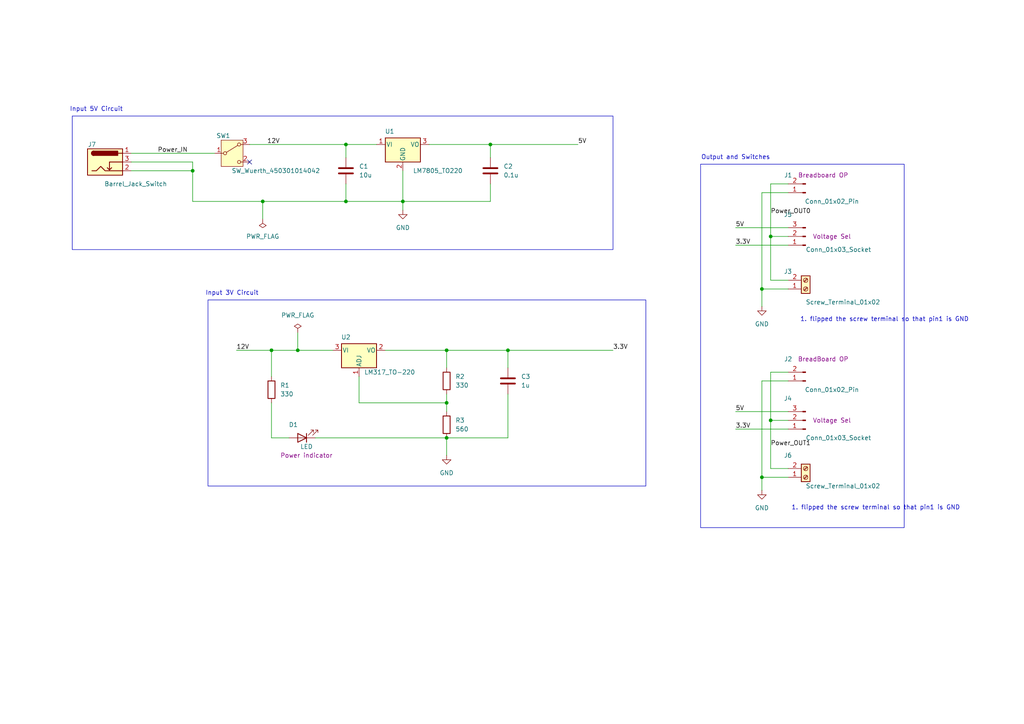
<source format=kicad_sch>
(kicad_sch (version 20250114) (generator "eeschema") (generator_version "9.0")
  (paper "A4")
  (title_block (title "Bread Board Power Supply") (date "2025-04-23") (rev "1.0") (company "kjvivek.blog"))
  (lib_symbols
    (symbol "Connector:Barrel_Jack_Switch" (pin_names (hide yes))
      (property "Reference" "J" (at 0 5.334 0))
      (property "Value" "Barrel_Jack_Switch" (at 0 -5.08 0))
      (symbol "Barrel_Jack_Switch_0_1"
        (rectangle (start -5.08 3.81) (end 5.08 -3.81) (stroke (width 0.254)) (fill (type background)))
        (polyline (pts (xy -3.81 -2.54) (xy -2.54 -2.54) (xy -1.27 -1.27) (xy 0 -2.54) (xy 2.54 -2.54) (xy 5.08 -2.54)) (stroke (width 0.254)))
        (arc (start -3.302 1.905) (mid -3.9343 2.54) (end -3.302 3.175) (stroke (width 0.254)))
        (arc (start -3.302 1.905) (mid -3.9343 2.54) (end -3.302 3.175) (stroke (width 0.254)) (fill (type outline)))
        (polyline (pts (xy 1.27 -2.286) (xy 1.905 -1.651)) (stroke (width 0.254)))
        (rectangle (start 3.683 3.175) (end -3.302 1.905) (stroke (width 0.254)) (fill (type outline)))
        (polyline (pts (xy 5.08 2.54) (xy 3.81 2.54)) (stroke (width 0.254)))
        (polyline (pts (xy 5.08 0) (xy 1.27 0) (xy 1.27 -2.286) (xy 0.635 -1.651)) (stroke (width 0.254)))
      )
      (symbol "Barrel_Jack_Switch_1_1"
        (pin passive line (at 7.62 2.54 180) (length 2.54) (name "~") (number "1"))
        (pin passive line (at 7.62 0 180) (length 2.54) (name "~") (number "3"))
        (pin passive line (at 7.62 -2.54 180) (length 2.54) (name "~") (number "2"))
      )
    )
    (symbol "Connector:Conn_01x02_Pin" (pin_names (offset 1.016) (hide yes))
      (property "Reference" "J" (at 0 2.54 0))
      (property "Value" "Conn_01x02_Pin" (at 0 -5.08 0))
      (symbol "Conn_01x02_Pin_1_1"
        (rectangle (start 0.8636 0.127) (end 0 -0.127) (stroke (width 0.1524)) (fill (type outline)))
        (rectangle (start 0.8636 -2.413) (end 0 -2.667) (stroke (width 0.1524)) (fill (type outline)))
        (polyline (pts (xy 1.27 0) (xy 0.8636 0)) (stroke (width 0.1524)))
        (polyline (pts (xy 1.27 -2.54) (xy 0.8636 -2.54)) (stroke (width 0.1524)))
        (pin passive line (at 5.08 0 180) (length 3.81) (name "Pin_1") (number "1"))
        (pin passive line (at 5.08 -2.54 180) (length 3.81) (name "Pin_2") (number "2"))
      )
    )
    (symbol "Connector:Conn_01x03_Pin" (pin_names (offset 1.016) (hide yes))
      (property "Reference" "J" (at 0 5.08 0))
      (property "Value" "Conn_01x03_Pin" (at 0 -5.08 0))
      (symbol "Conn_01x03_Pin_1_1"
        (rectangle (start 0.8636 2.667) (end 0 2.413) (stroke (width 0.1524)) (fill (type outline)))
        (rectangle (start 0.8636 0.127) (end 0 -0.127) (stroke (width 0.1524)) (fill (type outline)))
        (rectangle (start 0.8636 -2.413) (end 0 -2.667) (stroke (width 0.1524)) (fill (type outline)))
        (polyline (pts (xy 1.27 2.54) (xy 0.8636 2.54)) (stroke (width 0.1524)))
        (polyline (pts (xy 1.27 0) (xy 0.8636 0)) (stroke (width 0.1524)))
        (polyline (pts (xy 1.27 -2.54) (xy 0.8636 -2.54)) (stroke (width 0.1524)))
        (pin passive line (at 5.08 2.54 180) (length 3.81) (name "Pin_1") (number "1"))
        (pin passive line (at 5.08 0 180) (length 3.81) (name "Pin_2") (number "2"))
        (pin passive line (at 5.08 -2.54 180) (length 3.81) (name "Pin_3") (number "3"))
      )
    )
    (symbol "Connector:Screw_Terminal_01x02" (pin_names (offset 1.016) (hide yes))
      (property "Reference" "J" (at 0 2.54 0))
      (property "Value" "Screw_Terminal_01x02" (at 0 -5.08 0))
      (symbol "Screw_Terminal_01x02_1_1"
        (rectangle (start -1.27 1.27) (end 1.27 -3.81) (stroke (width 0.254)) (fill (type background)))
        (polyline (pts (xy -0.5334 0.3302) (xy 0.3302 -0.508)) (stroke (width 0.1524)))
        (polyline (pts (xy -0.5334 -2.2098) (xy 0.3302 -3.048)) (stroke (width 0.1524)))
        (polyline (pts (xy -0.3556 0.508) (xy 0.508 -0.3302)) (stroke (width 0.1524)))
        (polyline (pts (xy -0.3556 -2.032) (xy 0.508 -2.8702)) (stroke (width 0.1524)))
        (circle (center 0 0) (radius 0.635) (stroke (width 0.1524)))
        (circle (center 0 -2.54) (radius 0.635) (stroke (width 0.1524)))
        (pin passive line (at -5.08 0 0) (length 3.81) (name "Pin_1") (number "1"))
        (pin passive line (at -5.08 -2.54 0) (length 3.81) (name "Pin_2") (number "2"))
      )
    )
    (symbol "Device:C" (pin_numbers (hide yes)) (pin_names (offset 0.254))
      (property "Reference" "C" (at 0.635 2.54 0))
      (property "Value" "C" (at 0.635 -2.54 0))
      (symbol "C_0_1"
        (polyline (pts (xy -2.032 0.762) (xy 2.032 0.762)) (stroke (width 0.508)))
        (polyline (pts (xy -2.032 -0.762) (xy 2.032 -0.762)) (stroke (width 0.508)))
      )
      (symbol "C_1_1"
        (pin passive line (at 0 3.81 270) (length 2.794) (name "~") (number "1"))
        (pin passive line (at 0 -3.81 90) (length 2.794) (name "~") (number "2"))
      )
    )
    (symbol "Device:LED" (pin_numbers (hide yes)) (pin_names (offset 1.016) (hide yes))
      (property "Reference" "D" (at 0 2.54 0))
      (property "Value" "LED" (at 0 -2.54 0))
      (symbol "LED_0_1"
        (polyline (pts (xy -3.048 -0.762) (xy -4.572 -2.286) (xy -3.81 -2.286) (xy -4.572 -2.286) (xy -4.572 -1.524)))
        (polyline (pts (xy -1.778 -0.762) (xy -3.302 -2.286) (xy -2.54 -2.286) (xy -3.302 -2.286) (xy -3.302 -1.524)))
        (polyline (pts (xy -1.27 0) (xy 1.27 0)))
        (polyline (pts (xy -1.27 -1.27) (xy -1.27 1.27)) (stroke (width 0.254)))
        (polyline (pts (xy 1.27 -1.27) (xy 1.27 1.27) (xy -1.27 0) (xy 1.27 -1.27)) (stroke (width 0.254)))
      )
      (symbol "LED_1_1"
        (pin passive line (at -3.81 0 0) (length 2.54) (name "K") (number "1"))
        (pin passive line (at 3.81 0 180) (length 2.54) (name "A") (number "2"))
      )
    )
    (symbol "Device:R" (pin_numbers (hide yes)) (pin_names (offset 0))
      (property "Reference" "R" (at 2.032 0 90))
      (property "Value" "R" (at 0 0 90))
      (symbol "R_0_1"
        (rectangle (start -1.016 -2.54) (end 1.016 2.54) (stroke (width 0.254)))
      )
      (symbol "R_1_1"
        (pin passive line (at 0 3.81 270) (length 1.27) (name "~") (number "1"))
        (pin passive line (at 0 -3.81 90) (length 1.27) (name "~") (number "2"))
      )
    )
    (symbol "Regulator_Linear:LM317_TO-220" (pin_names (offset 0.254))
      (property "Reference" "U" (at -3.81 3.175 0))
      (property "Value" "LM317_TO-220" (at 0 3.175 0))
      (symbol "LM317_TO-220_0_1"
        (rectangle (start -5.08 1.905) (end 5.08 -5.08) (stroke (width 0.254)) (fill (type background)))
      )
      (symbol "LM317_TO-220_1_1"
        (pin power_in line (at -7.62 0 0) (length 2.54) (name "VI") (number "3"))
        (pin input line (at 0 -7.62 90) (length 2.54) (name "ADJ") (number "1"))
        (pin power_out line (at 7.62 0 180) (length 2.54) (name "VO") (number "2"))
      )
    )
    (symbol "Regulator_Linear:LM7805_TO220" (pin_names (offset 0.254))
      (property "Reference" "U" (at -3.81 3.175 0))
      (property "Value" "LM7805_TO220" (at 0 3.175 0))
      (symbol "LM7805_TO220_0_1"
        (rectangle (start -5.08 1.905) (end 5.08 -5.08) (stroke (width 0.254)) (fill (type background)))
      )
      (symbol "LM7805_TO220_1_1"
        (pin power_in line (at -7.62 0 0) (length 2.54) (name "VI") (number "1"))
        (pin power_in line (at 0 -7.62 90) (length 2.54) (name "GND") (number "2"))
        (pin power_out line (at 7.62 0 180) (length 2.54) (name "VO") (number "3"))
      )
    )
    (symbol "Switch:SW_Wuerth_450301014042" (pin_names (offset 1) (hide yes))
      (property "Reference" "SW" (at 0 5.08 0))
      (property "Value" "SW_Wuerth_450301014042" (at 0 -5.08 0))
      (symbol "SW_Wuerth_450301014042_0_1"
        (circle (center -2.032 0) (radius 0.4572))
        (polyline (pts (xy -1.651 0.254) (xy 1.651 2.286)))
        (circle (center 2.032 2.54) (radius 0.4572))
        (circle (center 2.032 -2.54) (radius 0.4572))
      )
      (symbol "SW_Wuerth_450301014042_1_1"
        (rectangle (start -3.175 3.81) (end 3.175 -3.81) (fill (type background)))
        (pin passive line (at -5.08 0 0) (length 2.54) (name "B") (number "1"))
        (pin passive line (at 5.08 2.54 180) (length 2.54) (name "A") (number "3"))
        (pin passive line (at 5.08 -2.54 180) (length 2.54) (name "C") (number "2"))
      )
    )
    (symbol "power:GND" (power) (pin_numbers (hide yes)) (pin_names (offset 0) (hide yes))
      (property "Value" "GND" (at 0 -3.81 0))
      (symbol "GND_0_1"
        (polyline (pts (xy 0 0) (xy 0 -1.27) (xy 1.27 -1.27) (xy 0 -2.54) (xy -1.27 -1.27) (xy 0 -1.27)))
      )
      (symbol "GND_1_1"
        (pin power_in line (at 0 0 270) (length 0) (name "~") (number "1"))
      )
    )
    (symbol "power:PWR_FLAG" (power) (pin_numbers (hide yes)) (pin_names (offset 0) (hide yes))
      (property "Value" "PWR_FLAG" (at 0 3.81 0))
      (symbol "PWR_FLAG_0_0"
        (pin power_out line (at 0 0 90) (length 0) (name "~") (number "1"))
      )
      (symbol "PWR_FLAG_0_1"
        (polyline (pts (xy 0 0) (xy 0 1.27) (xy -1.016 1.905) (xy 0 2.54) (xy 1.016 1.905) (xy 0 1.27)))
      )
    )
  )
  (rectangle (start 203.2 47.625) (end 262.255 153.035))
  (rectangle (start 60.325 86.995) (end 187.325 140.97))
  (rectangle (start 20.955 33.655) (end 177.8 72.39))
  (text "Input 5V Circuit" (at 27.94 31.75 0) (effects (font (size 1.27 1.27))))
  (text "1. flipped the screw terminal so that pin1 is GND" (at 256.54 92.71 0) (effects (font (size 1.27 1.27))))
  (text "Input 3V Circuit" (at 67.31 85.09 0) (effects (font (size 1.27 1.27))))
  (text "1. flipped the screw terminal so that pin1 is GND" (at 254 147.32 0) (effects (font (size 1.27 1.27))))
  (text "Output and Switches" (at 213.36 45.72 0) (effects (font (size 1.27 1.27))))
  (junction (at 129.54 116.84))
  (junction (at 76.2 58.42))
  (junction (at 220.98 138.43))
  (junction (at 129.54 101.6))
  (junction (at 142.24 41.91))
  (junction (at 129.54 127))
  (junction (at 147.32 101.6))
  (junction (at 223.52 121.92))
  (junction (at 116.84 58.42))
  (junction (at 55.88 49.53))
  (junction (at 220.98 83.82))
  (junction (at 100.33 58.42))
  (junction (at 100.33 41.91))
  (junction (at 86.36 101.6))
  (junction (at 223.52 68.58))
  (junction (at 78.74 101.6))
  (no_connect (at 72.39 46.99))
  (wire (pts (xy 100.33 41.91) (xy 109.22 41.91)))
  (wire (pts (xy 104.14 116.84) (xy 129.54 116.84)))
  (wire (pts (xy 129.54 101.6) (xy 129.54 106.68)))
  (wire (pts (xy 142.24 41.91) (xy 167.64 41.91)))
  (wire (pts (xy 129.54 116.84) (xy 129.54 119.38)))
  (wire (pts (xy 76.2 58.42) (xy 76.2 63.5)))
  (wire (pts (xy 220.98 142.24) (xy 220.98 138.43)))
  (wire (pts (xy 228.6 110.49) (xy 220.98 110.49)))
  (wire (pts (xy 124.46 41.91) (xy 142.24 41.91)))
  (wire (pts (xy 38.1 46.99) (xy 55.88 46.99)))
  (wire (pts (xy 55.88 46.99) (xy 55.88 49.53)))
  (wire (pts (xy 129.54 101.6) (xy 147.32 101.6)))
  (wire (pts (xy 147.32 101.6) (xy 177.8 101.6)))
  (wire (pts (xy 147.32 127) (xy 129.54 127)))
  (wire (pts (xy 86.36 101.6) (xy 96.52 101.6)))
  (wire (pts (xy 111.76 101.6) (xy 129.54 101.6)))
  (wire (pts (xy 78.74 116.84) (xy 78.74 127)))
  (wire (pts (xy 220.98 55.88) (xy 220.98 83.82)))
  (wire (pts (xy 38.1 49.53) (xy 55.88 49.53)))
  (wire (pts (xy 104.14 109.22) (xy 104.14 116.84)))
  (wire (pts (xy 100.33 53.34) (xy 100.33 58.42)))
  (wire (pts (xy 76.2 58.42) (xy 100.33 58.42)))
  (wire (pts (xy 223.52 68.58) (xy 223.52 81.28)))
  (wire (pts (xy 223.52 68.58) (xy 228.6 68.58)))
  (wire (pts (xy 72.39 41.91) (xy 100.33 41.91)))
  (wire (pts (xy 116.84 58.42) (xy 142.24 58.42)))
  (wire (pts (xy 100.33 41.91) (xy 100.33 45.72)))
  (wire (pts (xy 220.98 138.43) (xy 228.6 138.43)))
  (wire (pts (xy 78.74 127) (xy 83.82 127)))
  (wire (pts (xy 147.32 114.3) (xy 147.32 127)))
  (wire (pts (xy 38.1 44.45) (xy 62.23 44.45)))
  (wire (pts (xy 223.52 107.95) (xy 223.52 121.92)))
  (wire (pts (xy 228.6 53.34) (xy 223.52 53.34)))
  (wire (pts (xy 220.98 55.88) (xy 228.6 55.88)))
  (wire (pts (xy 223.52 81.28) (xy 228.6 81.28)))
  (wire (pts (xy 55.88 49.53) (xy 55.88 58.42)))
  (wire (pts (xy 213.36 66.04) (xy 228.6 66.04)))
  (wire (pts (xy 86.36 96.52) (xy 86.36 101.6)))
  (wire (pts (xy 142.24 53.34) (xy 142.24 58.42)))
  (wire (pts (xy 116.84 58.42) (xy 116.84 60.96)))
  (wire (pts (xy 228.6 121.92) (xy 223.52 121.92)))
  (wire (pts (xy 213.36 124.46) (xy 228.6 124.46)))
  (wire (pts (xy 100.33 58.42) (xy 116.84 58.42)))
  (wire (pts (xy 91.44 127) (xy 129.54 127)))
  (wire (pts (xy 78.74 101.6) (xy 78.74 109.22)))
  (wire (pts (xy 147.32 101.6) (xy 147.32 106.68)))
  (wire (pts (xy 228.6 83.82) (xy 220.98 83.82)))
  (wire (pts (xy 213.36 119.38) (xy 228.6 119.38)))
  (wire (pts (xy 78.74 101.6) (xy 86.36 101.6)))
  (wire (pts (xy 220.98 110.49) (xy 220.98 138.43)))
  (wire (pts (xy 223.52 135.89) (xy 228.6 135.89)))
  (wire (pts (xy 129.54 114.3) (xy 129.54 116.84)))
  (wire (pts (xy 142.24 41.91) (xy 142.24 45.72)))
  (wire (pts (xy 220.98 83.82) (xy 220.98 88.9)))
  (wire (pts (xy 223.52 53.34) (xy 223.52 68.58)))
  (wire (pts (xy 228.6 107.95) (xy 223.52 107.95)))
  (wire (pts (xy 223.52 121.92) (xy 223.52 135.89)))
  (wire (pts (xy 129.54 127) (xy 129.54 132.08)))
  (wire (pts (xy 116.84 49.53) (xy 116.84 58.42)))
  (wire (pts (xy 213.36 71.12) (xy 228.6 71.12)))
  (wire (pts (xy 68.58 101.6) (xy 78.74 101.6)))
  (wire (pts (xy 55.88 58.42) (xy 76.2 58.42)))
  (label "Power_OUT0" (at 223.52 62.23 0))
  (label "Power_IN" (at 45.72 44.45 0))
  (label "12V" (at 77.47 41.91 0))
  (label "3.3V" (at 177.8 101.6 0))
  (label "5V" (at 213.36 119.38 0))
  (label "Power_OUT1" (at 223.52 129.54 0))
  (label "5V" (at 213.36 66.04 0))
  (label "3.3V" (at 213.36 71.12 0))
  (label "12V" (at 68.58 101.6 0))
  (label "5V" (at 167.64 41.91 0))
  (label "3.3V" (at 213.36 124.46 0))
  (symbol (lib_id "Connector:Barrel_Jack_Switch") (at 30.48 46.99 0) (unit 1)
    (property "Reference" "J7" (at 26.67 41.91 0))
    (property "Value" "Barrel_Jack_Switch" (at 39.37 53.34 0))
    (property "Footprint" "Connector_BarrelJack:BarrelJack_Horizontal" (effects (hide yes)))
    (property "Description" "DC Barrel Jack with an internal switch" (effects (hide yes)))
  )
  (symbol (lib_id "Regulator_Linear:LM317_TO-220") (at 104.14 101.6 0) (unit 1)
    (property "Reference" "U2" (at 100.33 97.79 0))
    (property "Value" "LM317_TO-220" (at 113.03 107.95 0))
    (property "Footprint" "Package_TO_SOT_THT:TO-220-3_Vertical" (effects (hide yes)))
    (property "Datasheet" "http://www.ti.com/lit/ds/symlink/lm317.pdf" (effects (hide yes)))
    (property "Description" "1.5A 35V Adjustable Linear Regulator, TO-220" (effects (hide yes)))
  )
  (symbol (lib_id "Device:LED") (at 87.63 127 180) (unit 1)
    (property "Reference" "D1" (at 85.09 123.19 0))
    (property "Value" "LED" (at 88.9 129.54 0))
    (property "Footprint" "LED_THT:LED_D5.0mm" (effects (hide yes)))
    (property "Description" "Light emitting diode" (effects (hide yes)))
    (property "Sim.Pins" "1=K 2=A" (effects (hide yes)))
    (property "Purpose" "Power indicator" (at 88.9 132.08 0))
  )
  (symbol (lib_id "Connector:Screw_Terminal_01x02") (at 233.68 138.43 0) (mirror x) (unit 1)
    (property "Reference" "J6" (at 227.33 132.08 0) (effects (justify left)))
    (property "Value" "Screw_Terminal_01x02" (at 233.68 140.97 0) (effects (justify left)))
    (property "Footprint" "TerminalBlock:TerminalBlock_bornier-2_P5.08mm" (effects (hide yes)))
    (property "Description" "Generic screw terminal, single row, 01x02, script generated (kicad-library-utils/schlib/autogen/connector/)" (effects (hide yes)))
  )
  (symbol (lib_id "Device:C") (at 147.32 110.49 0) (unit 1)
    (property "Reference" "C3" (at 151.13 109.2199 0) (effects (justify left)))
    (property "Value" "1u" (at 151.13 111.7599 0) (effects (justify left)))
    (property "Footprint" "Capacitor_THT:C_Disc_D3.0mm_W1.6mm_P2.50mm" (effects (hide yes)))
    (property "Description" "Unpolarized capacitor" (effects (hide yes)))
  )
  (symbol (lib_id "Device:C") (at 142.24 49.53 0) (unit 1)
    (property "Reference" "C2" (at 146.05 48.2599 0) (effects (justify left)))
    (property "Value" "0.1u" (at 146.05 50.7999 0) (effects (justify left)))
    (property "Footprint" "Capacitor_THT:C_Disc_D3.0mm_W1.6mm_P2.50mm" (effects (hide yes)))
    (property "Description" "Unpolarized capacitor" (effects (hide yes)))
  )
  (symbol (lib_id "power:PWR_FLAG") (at 86.36 96.52 0) (unit 1)
    (property "Reference" "#FLG02" (effects (hide yes)))
    (property "Value" "PWR_FLAG" (at 86.36 91.44 0))
    (property "Description" "Special symbol for telling ERC where power comes from" (effects (hide yes)))
  )
  (symbol (lib_id "Device:R") (at 129.54 110.49 0) (unit 1)
    (property "Reference" "R2" (at 132.08 109.2199 0) (effects (justify left)))
    (property "Value" "330" (at 132.08 111.7599 0) (effects (justify left)))
    (property "Footprint" "Resistor_THT:R_Axial_DIN0204_L3.6mm_D1.6mm_P7.62mm_Horizontal" (effects (hide yes)))
    (property "Description" "Resistor" (effects (hide yes)))
  )
  (symbol (lib_id "Connector:Conn_01x03_Pin") (at 233.68 121.92 180) (unit 1)
    (property "Reference" "J4" (at 227.33 115.57 0) (effects (justify right)))
    (property "Value" "Conn_01x03_Socket" (at 233.68 127 0) (effects (justify right)))
    (property "Footprint" "Connector_PinHeader_2.54mm:PinHeader_1x03_P2.54mm_Vertical" (effects (hide yes)))
    (property "Description" "Generic connector, single row, 01x03, script generated" (effects (hide yes)))
    (property "Purpose" "Voltage Sel" (at 241.3 121.92 0))
  )
  (symbol (lib_id "Switch:SW_Wuerth_450301014042") (at 67.31 44.45 0) (unit 1)
    (property "Reference" "SW1" (at 64.77 39.37 0))
    (property "Value" "SW_Wuerth_450301014042" (at 80.01 49.53 0))
    (property "Footprint" "Button_Switch_THT:SW_Slide-03_Wuerth-WS-SLTV_10x2.5x6.4_P2.54mm" (effects (hide yes)))
    (property "Datasheet" "https://www.we-online.com/components/products/datasheet/450301014042.pdf" (effects (hide yes)))
    (property "Description" "Switch slide, single pole double throw" (effects (hide yes)))
  )
  (symbol (lib_id "power:GND") (at 129.54 132.08 0) (unit 1)
    (property "Reference" "#PWR02" (effects (hide yes)))
    (property "Value" "GND" (at 129.54 137.16 0))
    (property "Description" "Power symbol creates a global label with name \"GND\" , ground" (effects (hide yes)))
  )
  (symbol (lib_id "power:GND") (at 220.98 142.24 0) (unit 1)
    (property "Reference" "#PWR04" (effects (hide yes)))
    (property "Value" "GND" (at 220.98 147.32 0))
    (property "Description" "Power symbol creates a global label with name \"GND\" , ground" (effects (hide yes)))
  )
  (symbol (lib_id "power:GND") (at 220.98 88.9 0) (unit 1)
    (property "Reference" "#PWR03" (effects (hide yes)))
    (property "Value" "GND" (at 220.98 93.98 0))
    (property "Description" "Power symbol creates a global label with name \"GND\" , ground" (effects (hide yes)))
  )
  (symbol (lib_id "Device:C") (at 100.33 49.53 0) (unit 1)
    (property "Reference" "C1" (at 104.14 48.2599 0) (effects (justify left)))
    (property "Value" "10u" (at 104.14 50.7999 0) (effects (justify left)))
    (property "Footprint" "Capacitor_THT:C_Disc_D3.0mm_W1.6mm_P2.50mm" (effects (hide yes)))
    (property "Description" "Unpolarized capacitor" (effects (hide yes)))
  )
  (symbol (lib_id "Connector:Conn_01x03_Pin") (at 233.68 68.58 180) (unit 1)
    (property "Reference" "J5" (at 227.33 62.23 0) (effects (justify right)))
    (property "Value" "Conn_01x03_Socket" (at 233.68 72.39 0) (effects (justify right)))
    (property "Footprint" "Connector_PinHeader_2.54mm:PinHeader_1x03_P2.54mm_Vertical" (effects (hide yes)))
    (property "Description" "Generic connector, single row, 01x03, script generated" (effects (hide yes)))
    (property "Purpose" "Voltage Sel" (at 241.3 68.58 0))
  )
  (symbol (lib_id "power:PWR_FLAG") (at 76.2 63.5 180) (unit 1)
    (property "Reference" "#FLG01" (effects (hide yes)))
    (property "Value" "PWR_FLAG" (at 76.2 68.58 0))
    (property "Description" "Special symbol for telling ERC where power comes from" (effects (hide yes)))
  )
  (symbol (lib_id "power:GND") (at 116.84 60.96 0) (unit 1)
    (property "Reference" "#PWR01" (effects (hide yes)))
    (property "Value" "GND" (at 116.84 66.04 0))
    (property "Description" "Power symbol creates a global label with name \"GND\" , ground" (effects (hide yes)))
  )
  (symbol (lib_id "Device:R") (at 78.74 113.03 0) (unit 1)
    (property "Reference" "R1" (at 81.28 111.7599 0) (effects (justify left)))
    (property "Value" "330" (at 81.28 114.2999 0) (effects (justify left)))
    (property "Footprint" "Resistor_THT:R_Axial_DIN0204_L3.6mm_D1.6mm_P7.62mm_Horizontal" (effects (hide yes)))
    (property "Description" "Resistor" (effects (hide yes)))
  )
  (symbol (lib_id "Regulator_Linear:LM7805_TO220") (at 116.84 41.91 0) (unit 1)
    (property "Reference" "U1" (at 113.03 38.1 0))
    (property "Value" "LM7805_TO220" (at 127 49.53 0))
    (property "Footprint" "Package_TO_SOT_THT:TO-220-3_Vertical" (effects (hide yes)))
    (property "Datasheet" "https://www.onsemi.cn/PowerSolutions/document/MC7800-D.PDF" (effects (hide yes)))
    (property "Description" "Positive 1A 35V Linear Regulator, Fixed Output 5V, TO-220" (effects (hide yes)))
  )
  (symbol (lib_id "Connector:Screw_Terminal_01x02") (at 233.68 83.82 0) (mirror x) (unit 1)
    (property "Reference" "J3" (at 227.33 78.74 0) (effects (justify left)))
    (property "Value" "Screw_Terminal_01x02" (at 233.68 87.63 0) (effects (justify left)))
    (property "Footprint" "TerminalBlock:TerminalBlock_bornier-2_P5.08mm" (effects (hide yes)))
    (property "Description" "Generic screw terminal, single row, 01x02, script generated (kicad-library-utils/schlib/autogen/connector/)" (effects (hide yes)))
  )
  (symbol (lib_id "Device:R") (at 129.54 123.19 0) (unit 1)
    (property "Reference" "R3" (at 132.08 121.9199 0) (effects (justify left)))
    (property "Value" "560" (at 132.08 124.4599 0) (effects (justify left)))
    (property "Footprint" "Resistor_THT:R_Axial_DIN0204_L3.6mm_D1.6mm_P7.62mm_Horizontal" (effects (hide yes)))
    (property "Description" "Resistor" (effects (hide yes)))
  )
  (symbol (lib_id "Connector:Conn_01x02_Pin") (at 233.68 55.88 180) (unit 1)
    (property "Reference" "J1" (at 228.6 50.8 0))
    (property "Value" "Conn_01x02_Pin" (at 241.3 58.42 0))
    (property "Footprint" "Connector_PinHeader_2.54mm:PinHeader_1x02_P2.54mm_Vertical" (effects (hide yes)))
    (property "Description" "Generic connector, single row, 01x02, script generated" (effects (hide yes)))
    (property "Purpose" "Breadboard OP" (at 238.76 50.8 0))
  )
  (symbol (lib_id "Connector:Conn_01x02_Pin") (at 233.68 110.49 180) (unit 1)
    (property "Reference" "J2" (at 228.6 104.14 0))
    (property "Value" "Conn_01x02_Pin" (at 241.3 113.03 0))
    (property "Footprint" "Connector_PinHeader_2.54mm:PinHeader_1x02_P2.54mm_Vertical" (effects (hide yes)))
    (property "Description" "Generic connector, single row, 01x02, script generated" (effects (hide yes)))
    (property "Purpose" "BreadBoard OP" (at 238.76 104.14 0))
  )
)
</source>
